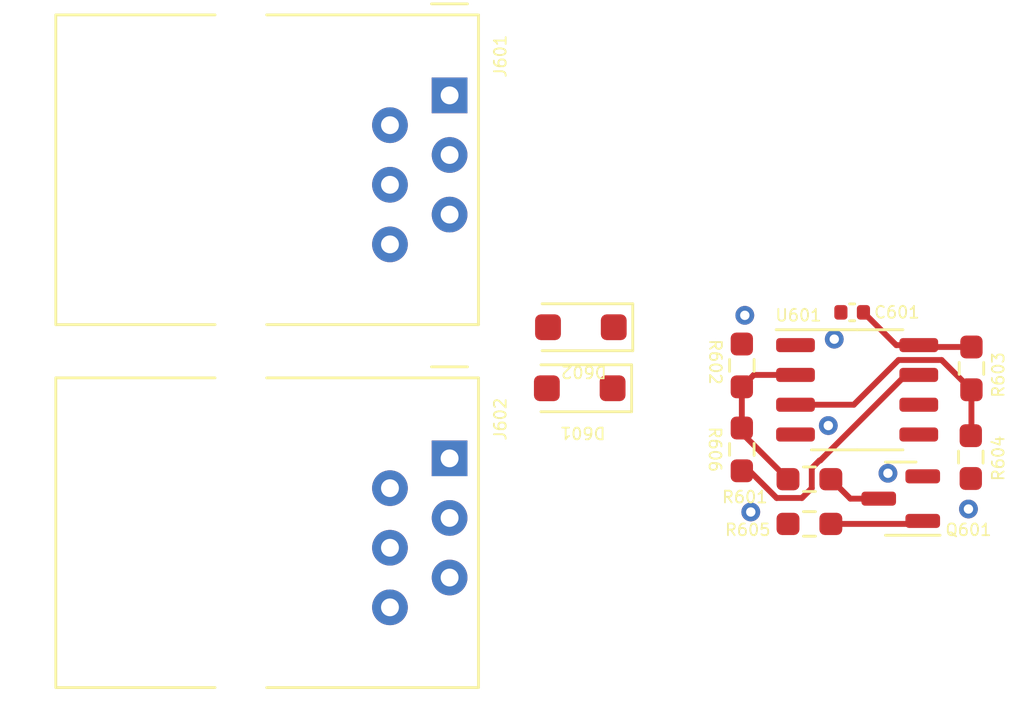
<source format=kicad_pcb>
(kicad_pcb (version 20221018) (generator pcbnew)
  (layers (0 "F.Cu" signal) (31 "B.Cu" signal) (34 "B.Paste" user) (35 "F.Paste" user) (36 "B.SilkS" user "B.Silkscreen") (37 "F.SilkS" user "F.Silkscreen") (38 "B.Mask" user) (39 "F.Mask" user) (44 "Edge.Cuts" user))
  (net 0 "")
  (net 1 "/12V")
  (net 2 "railsyncB")
  (net 3 "railsyncA")
  (net 4 "/GND")
  (net 5 "Net-(Q601-C)")
  (net 6 "Net-(Q601-B)")
  (net 7 "Net-(U601-+)")
  (net 8 "/5V")
  (net 9 "Net-(U601--)")
  (net 10 "/Lnet_Tx")
  (net 11 "/Lnet_Rx")
  (footprint "custom_kicad_lib_sk:RJ12" (layer "F.Cu") (at 114.808 113.919 -90)
    (fp_text reference "J602" (at -1.67 -2.16 90 unlocked) (layer "F.SilkS") (effects (font (size 0.5 0.5) (thickness 0.075))))
    (fp_text value "RJ12")
    (fp_line (start -3.9 0.77) (end -3.9 -0.76) (stroke (width 0.12)) (layer "F.SilkS"))
    (fp_line (start -3.43 -1.23) (end 9.77 -1.23) (stroke (width 0.12)) (layer "F.SilkS"))
    (fp_line (start -3.43 7.72) (end -3.43 7.79) (stroke (width 0.1)) (layer "F.SilkS"))
    (fp_line (start -3.43 7.79) (end -3.43 -1.23) (stroke (width 0.12)) (layer "F.SilkS"))
    (fp_line (start -3.43 16.77) (end -3.43 9.99) (stroke (width 0.12)) (layer "F.SilkS"))
    (fp_line (start 9.77 -1.23) (end 9.77 7.79) (stroke (width 0.12)) (layer "F.SilkS"))
    (fp_line (start 9.77 16.65) (end 9.77 16.77) (stroke (width 0.1)) (layer "F.SilkS"))
    (fp_line (start 9.77 16.76) (end 9.77 16.77) (stroke (width 0.1)) (layer "F.SilkS"))
    (fp_line (start 9.77 16.77) (end -3.43 16.77) (stroke (width 0.12)) (layer "F.SilkS"))
    (fp_line (start 9.77 16.77) (end 9.77 9.99) (stroke (width 0.12)) (layer "F.SilkS"))
    (pad "" np_thru_hole circle (at -1.91 8.89 270) (size 3.25 3.25) (drill 3.25) (layers "*.Cu" "*.Mask"))
    (pad "" np_thru_hole circle (at 8.25 8.89 270) (size 3.25 3.25) (drill 3.25) (layers "*.Cu" "*.Mask"))
    (pad "1" thru_hole rect (at 0 0 270) (size 1.52 1.52) (drill 0.76) (layers "*.Cu" "*.Mask") (net 2 "railsyncB"))
    (pad "2" thru_hole circle (at 1.27 2.54 270) (size 1.52 1.52) (drill 0.76) (layers "*.Cu" "*.Mask") (net 4 "/GND"))
    (pad "3" thru_hole circle (at 2.54 0 270) (size 1.52 1.52) (drill 0.76) (layers "*.Cu" "*.Mask") (net 5 "Net-(Q601-C)"))
    (pad "4" thru_hole circle (at 3.81 2.54 270) (size 1.52 1.52) (drill 0.76) (layers "*.Cu" "*.Mask") (net 5 "Net-(Q601-C)"))
    (pad "5" thru_hole circle (at 5.08 0 270) (size 1.52 1.52) (drill 0.76) (layers "*.Cu" "*.Mask") (net 4 "/GND"))
    (pad "6" thru_hole circle (at 6.35 2.54 270) (size 1.52 1.52) (drill 0.76) (layers "*.Cu" "*.Mask") (net 3 "railsyncA"))
  )
  (footprint "Diode_SMD:D_SOD-123F" (layer "F.Cu") (at 120.35 110.932 180)
    (fp_text reference "D601" (at -0.127 -1.905 180 unlocked) (layer "F.SilkS") (effects (font (size 0.5 0.5) (thickness 0.075))))
    (fp_text value "SM4007")
    (fp_line (start -2.21 -1) (end -2.21 1) (stroke (width 0.12)) (layer "F.SilkS"))
    (fp_line (start -2.21 -1) (end 1.65 -1) (stroke (width 0.12)) (layer "F.SilkS"))
    (fp_line (start -2.21 1) (end 1.65 1) (stroke (width 0.12)) (layer "F.SilkS"))
    (pad "1" smd roundrect (at -1.4 0 180) (size 1.1 1.1) (layers "F.Cu" "F.Paste" "F.Mask") (roundrect_rratio 0.2272727273) (net 1 "/12V"))
    (pad "2" smd roundrect (at 1.4 0 180) (size 1.1 1.1) (layers "F.Cu" "F.Paste" "F.Mask") (roundrect_rratio 0.2272727273) (net 2 "railsyncB"))
  )
  (footprint "custom_kicad_lib_sk:R_0603_smalltext" (layer "F.Cu") (at 137.005 113.8655 90)
    (fp_text reference "R604" (at -0.0535 1.171 90 unlocked) (layer "F.SilkS") (effects (font (size 0.5 0.5) (thickness 0.075))))
    (fp_text value "22k")
    (fp_line (start -0.254724 -0.5225) (end 0.254724 -0.5225) (stroke (width 0.12)) (layer "F.SilkS"))
    (fp_line (start -0.254724 0.5225) (end 0.254724 0.5225) (stroke (width 0.12)) (layer "F.SilkS"))
    (pad "1" smd roundrect (at -0.9125 0 90) (size 0.975 0.95) (layers "F.Cu" "F.Paste" "F.Mask") (net 4 "/GND"))
    (pad "2" smd roundrect (at 0.9125 0 90) (size 0.975 0.95) (layers "F.Cu" "F.Paste" "F.Mask") (net 9 "Net-(U601--)"))
  )
  (footprint "custom_kicad_lib_sk:RJ12" (layer "F.Cu") (at 114.808 98.449 -90)
    (fp_text reference "J601" (at -1.67 -2.16 90 unlocked) (layer "F.SilkS") (effects (font (size 0.5 0.5) (thickness 0.075))))
    (fp_text value "RJ12")
    (fp_line (start -3.9 0.77) (end -3.9 -0.76) (stroke (width 0.12)) (layer "F.SilkS"))
    (fp_line (start -3.43 -1.23) (end 9.77 -1.23) (stroke (width 0.12)) (layer "F.SilkS"))
    (fp_line (start -3.43 7.72) (end -3.43 7.79) (stroke (width 0.1)) (layer "F.SilkS"))
    (fp_line (start -3.43 7.79) (end -3.43 -1.23) (stroke (width 0.12)) (layer "F.SilkS"))
    (fp_line (start -3.43 16.77) (end -3.43 9.99) (stroke (width 0.12)) (layer "F.SilkS"))
    (fp_line (start 9.77 -1.23) (end 9.77 7.79) (stroke (width 0.12)) (layer "F.SilkS"))
    (fp_line (start 9.77 16.65) (end 9.77 16.77) (stroke (width 0.1)) (layer "F.SilkS"))
    (fp_line (start 9.77 16.76) (end 9.77 16.77) (stroke (width 0.1)) (layer "F.SilkS"))
    (fp_line (start 9.77 16.77) (end -3.43 16.77) (stroke (width 0.12)) (layer "F.SilkS"))
    (fp_line (start 9.77 16.77) (end 9.77 9.99) (stroke (width 0.12)) (layer "F.SilkS"))
    (pad "" np_thru_hole circle (at -1.91 8.89 270) (size 3.25 3.25) (drill 3.25) (layers "*.Cu" "*.Mask"))
    (pad "" np_thru_hole circle (at 8.25 8.89 270) (size 3.25 3.25) (drill 3.25) (layers "*.Cu" "*.Mask"))
    (pad "1" thru_hole rect (at 0 0 270) (size 1.52 1.52) (drill 0.76) (layers "*.Cu" "*.Mask") (net 2 "railsyncB"))
    (pad "2" thru_hole circle (at 1.27 2.54 270) (size 1.52 1.52) (drill 0.76) (layers "*.Cu" "*.Mask") (net 4 "/GND"))
    (pad "3" thru_hole circle (at 2.54 0 270) (size 1.52 1.52) (drill 0.76) (layers "*.Cu" "*.Mask") (net 5 "Net-(Q601-C)"))
    (pad "4" thru_hole circle (at 3.81 2.54 270) (size 1.52 1.52) (drill 0.76) (layers "*.Cu" "*.Mask") (net 5 "Net-(Q601-C)"))
    (pad "5" thru_hole circle (at 5.08 0 270) (size 1.52 1.52) (drill 0.76) (layers "*.Cu" "*.Mask") (net 4 "/GND"))
    (pad "6" thru_hole circle (at 6.35 2.54 270) (size 1.52 1.52) (drill 0.76) (layers "*.Cu" "*.Mask") (net 3 "railsyncA"))
  )
  (footprint "Package_TO_SOT_SMD:SOT-23" (layer "F.Cu") (at 134.0215 115.636 180)
    (fp_text reference "Q601" (at -2.8845 -1.331 unlocked) (layer "F.SilkS") (effects (font (size 0.5 0.5) (thickness 0.075))))
    (fp_text value "BC847")
    (fp_line (start 0 -1.56) (end -1.675 -1.56) (stroke (width 0.12)) (layer "F.SilkS"))
    (fp_line (start 0 -1.56) (end 0.65 -1.56) (stroke (width 0.12)) (layer "F.SilkS"))
    (fp_line (start 0 1.56) (end -0.65 1.56) (stroke (width 0.12)) (layer "F.SilkS"))
    (fp_line (start 0 1.56) (end 0.65 1.56) (stroke (width 0.12)) (layer "F.SilkS"))
    (pad "1" smd roundrect (at -0.9375 -0.95 180) (size 1.475 0.6) (layers "F.Cu" "F.Paste" "F.Mask") (net 6 "Net-(Q601-B)"))
    (pad "2" smd roundrect (at -0.9375 0.95 180) (size 1.475 0.6) (layers "F.Cu" "F.Paste" "F.Mask") (net 4 "/GND"))
    (pad "3" smd roundrect (at 0.9375 0 180) (size 1.475 0.6) (layers "F.Cu" "F.Paste" "F.Mask") (net 5 "Net-(Q601-C)"))
  )
  (footprint "custom_kicad_lib_sk:R_0603_smalltext" (layer "F.Cu") (at 137.033 110.0855 -90)
    (fp_text reference "R603" (at 0.2775 -1.143 90 unlocked) (layer "F.SilkS") (effects (font (size 0.5 0.5) (thickness 0.075))))
    (fp_text value "10k")
    (fp_line (start -0.254724 -0.5225) (end 0.254724 -0.5225) (stroke (width 0.12)) (layer "F.SilkS"))
    (fp_line (start -0.254724 0.5225) (end 0.254724 0.5225) (stroke (width 0.12)) (layer "F.SilkS"))
    (pad "1" smd roundrect (at -0.9125 0 270) (size 0.975 0.95) (layers "F.Cu" "F.Paste" "F.Mask") (net 8 "/5V"))
    (pad "2" smd roundrect (at 0.9125 0 270) (size 0.975 0.95) (layers "F.Cu" "F.Paste" "F.Mask") (net 9 "Net-(U601--)"))
  )
  (footprint "custom_kicad_lib_sk:R_0603_smalltext" (layer "F.Cu") (at 127.254 113.538 -90)
    (fp_text reference "R606" (at 0 1.143 -90 unlocked) (layer "F.SilkS") (effects (font (size 0.5 0.5) (thickness 0.075))))
    (fp_text value "220k")
    (fp_line (start -0.254724 -0.5225) (end 0.254724 -0.5225) (stroke (width 0.12)) (layer "F.SilkS"))
    (fp_line (start -0.254724 0.5225) (end 0.254724 0.5225) (stroke (width 0.12)) (layer "F.SilkS"))
    (pad "1" smd roundrect (at -0.9125 0 270) (size 0.975 0.95) (layers "F.Cu" "F.Paste" "F.Mask") (net 7 "Net-(U601-+)"))
    (pad "2" smd roundrect (at 0.9125 0 270) (size 0.975 0.95) (layers "F.Cu" "F.Paste" "F.Mask") (net 11 "/Lnet_Rx"))
  )
  (footprint "Package_SO:SOP-8_3.9x4.9mm_P1.27mm" (layer "F.Cu") (at 132.165 110.998)
    (fp_text reference "U601" (at -2.498 -3.175 unlocked) (layer "F.SilkS") (effects (font (size 0.5 0.5) (thickness 0.075))))
    (fp_text value "LM311")
    (fp_line (start 0 -2.56) (end -3.45 -2.56) (stroke (width 0.12)) (layer "F.SilkS"))
    (fp_line (start 0 -2.56) (end 1.95 -2.56) (stroke (width 0.12)) (layer "F.SilkS"))
    (fp_line (start 0 2.56) (end -1.95 2.56) (stroke (width 0.12)) (layer "F.SilkS"))
    (fp_line (start 0 2.56) (end 1.95 2.56) (stroke (width 0.12)) (layer "F.SilkS"))
    (pad "1" smd roundrect (at -2.625 -1.905) (size 1.65 0.6) (layers "F.Cu" "F.Paste" "F.Mask") (net 4 "/GND"))
    (pad "2" smd roundrect (at -2.625 -0.635) (size 1.65 0.6) (layers "F.Cu" "F.Paste" "F.Mask") (net 7 "Net-(U601-+)"))
    (pad "3" smd roundrect (at -2.625 0.635) (size 1.65 0.6) (layers "F.Cu" "F.Paste" "F.Mask") (net 9 "Net-(U601--)"))
    (pad "4" smd roundrect (at -2.625 1.905) (size 1.65 0.6) (layers "F.Cu" "F.Paste" "F.Mask") (net 4 "/GND"))
    (pad "5" smd roundrect (at 2.625 1.905) (size 1.65 0.6) (layers "F.Cu" "F.Paste" "F.Mask"))
    (pad "6" smd roundrect (at 2.625 0.635) (size 1.65 0.6) (layers "F.Cu" "F.Paste" "F.Mask"))
    (pad "7" smd roundrect (at 2.625 -0.635) (size 1.65 0.6) (layers "F.Cu" "F.Paste" "F.Mask") (net 11 "/Lnet_Rx"))
    (pad "8" smd roundrect (at 2.625 -1.905) (size 1.65 0.6) (layers "F.Cu" "F.Paste" "F.Mask") (net 8 "/5V"))
  )
  (footprint "custom_kicad_lib_sk:R_0603_smalltext" (layer "F.Cu") (at 130.133 116.713 180)
    (fp_text reference "R605" (at 2.625 -0.254 unlocked) (layer "F.SilkS") (effects (font (size 0.5 0.5) (thickness 0.075))))
    (fp_text value "1k")
    (fp_line (start -0.254724 -0.5225) (end 0.254724 -0.5225) (stroke (width 0.12)) (layer "F.SilkS"))
    (fp_line (start -0.254724 0.5225) (end 0.254724 0.5225) (stroke (width 0.12)) (layer "F.SilkS"))
    (pad "1" smd roundrect (at -0.9125 0 180) (size 0.975 0.95) (layers "F.Cu" "F.Paste" "F.Mask") (net 6 "Net-(Q601-B)"))
    (pad "2" smd roundrect (at 0.9125 0 180) (size 0.975 0.95) (layers "F.Cu" "F.Paste" "F.Mask") (net 10 "/Lnet_Tx"))
  )
  (footprint "custom_kicad_lib_sk:R_0603_smalltext" (layer "F.Cu") (at 127.254 109.9585 90)
    (fp_text reference "R602" (at 0.15 -1.125 270 unlocked) (layer "F.SilkS") (effects (font (size 0.5 0.5) (thickness 0.075))))
    (fp_text value "150k")
    (fp_line (start -0.254724 -0.5225) (end 0.254724 -0.5225) (stroke (width 0.12)) (layer "F.SilkS"))
    (fp_line (start -0.254724 0.5225) (end 0.254724 0.5225) (stroke (width 0.12)) (layer "F.SilkS"))
    (pad "1" smd roundrect (at -0.9125 0 90) (size 0.975 0.95) (layers "F.Cu" "F.Paste" "F.Mask") (net 7 "Net-(U601-+)"))
    (pad "2" smd roundrect (at 0.9125 0 90) (size 0.975 0.95) (layers "F.Cu" "F.Paste" "F.Mask") (net 4 "/GND"))
  )
  (footprint "Diode_SMD:D_SOD-123F" (layer "F.Cu") (at 120.399 108.331 180)
    (fp_text reference "D602" (at -0.127 -1.905 180 unlocked) (layer "F.SilkS") (effects (font (size 0.5 0.5) (thickness 0.075))))
    (fp_text value "SM4007")
    (fp_line (start -2.21 -1) (end -2.21 1) (stroke (width 0.12)) (layer "F.SilkS"))
    (fp_line (start -2.21 -1) (end 1.65 -1) (stroke (width 0.12)) (layer "F.SilkS"))
    (fp_line (start -2.21 1) (end 1.65 1) (stroke (width 0.12)) (layer "F.SilkS"))
    (pad "1" smd roundrect (at -1.4 0 180) (size 1.1 1.1) (layers "F.Cu" "F.Paste" "F.Mask") (roundrect_rratio 0.2272727273) (net 1 "/12V"))
    (pad "2" smd roundrect (at 1.4 0 180) (size 1.1 1.1) (layers "F.Cu" "F.Paste" "F.Mask") (roundrect_rratio 0.2272727273) (net 3 "railsyncA"))
  )
  (footprint "custom_kicad_lib_sk:R_0603_smalltext" (layer "F.Cu") (at 130.133 114.808 180)
    (fp_text reference "R601" (at 2.752 -0.762 unlocked) (layer "F.SilkS") (effects (font (size 0.5 0.5) (thickness 0.075))))
    (fp_text value "47k")
    (fp_line (start -0.254724 -0.5225) (end 0.254724 -0.5225) (stroke (width 0.12)) (layer "F.SilkS"))
    (fp_line (start -0.254724 0.5225) (end 0.254724 0.5225) (stroke (width 0.12)) (layer "F.SilkS"))
    (pad "1" smd roundrect (at -0.9125 0 180) (size 0.975 0.95) (layers "F.Cu" "F.Paste" "F.Mask") (net 5 "Net-(Q601-C)"))
    (pad "2" smd roundrect (at 0.9125 0 180) (size 0.975 0.95) (layers "F.Cu" "F.Paste" "F.Mask") (net 7 "Net-(U601-+)"))
  )
  (footprint "Capacitor_SMD:C_0402_1005Metric" (layer "F.Cu") (at 131.953 107.696 180)
    (fp_text reference "C601" (at -1.905 0 unlocked) (layer "F.SilkS") (effects (font (size 0.5 0.5) (thickness 0.075))))
    (fp_text value "100nF")
    (fp_line (start -0.107836 -0.36) (end 0.107836 -0.36) (stroke (width 0.12)) (layer "F.SilkS"))
    (fp_line (start -0.107836 0.36) (end 0.107836 0.36) (stroke (width 0.12)) (layer "F.SilkS"))
    (pad "1" smd roundrect (at -0.48 0 180) (size 0.56 0.62) (layers "F.Cu" "F.Paste" "F.Mask") (net 8 "/5V"))
    (pad "2" smd roundrect (at 0.48 0 180) (size 0.56 0.62) (layers "F.Cu" "F.Paste" "F.Mask") (net 4 "/GND"))
  )
  (via (at 127.635 116.205) (size 0.8) (drill 0.4) (layers "F.Cu" "B.Cu") (net 4))
  (via (at 136.906 116.078) (size 0.8) (drill 0.4) (layers "F.Cu" "B.Cu") (net 4))
  (via (at 133.477 114.554) (size 0.8) (drill 0.4) (layers "F.Cu" "B.Cu") (net 4))
  (via (at 127.381 107.823) (size 0.8) (drill 0.4) (layers "F.Cu" "B.Cu") (net 4))
  (via (at 131.191 108.839) (size 0.8) (drill 0.4) (layers "F.Cu" "B.Cu") (net 4))
  (via (at 130.937 112.522) (size 0.8) (drill 0.4) (layers "F.Cu" "B.Cu") (net 4))
  (segment (start 133.084 115.636) (end 131.8735 115.636) (width 0.25) (layer "F.Cu") (net 5))
  (segment (start 131.8735 115.636) (end 131.0455 114.808) (width 0.25) (layer "F.Cu") (net 5))
  (segment (start 131.0455 116.713) (end 134.832 116.713) (width 0.25) (layer "F.Cu") (net 6))
  (segment (start 134.832 116.713) (end 134.959 116.586) (width 0.25) (layer "F.Cu") (net 6))
  (segment (start 127.762 110.363) (end 127.254 110.871) (width 0.25) (layer "F.Cu") (net 7))
  (segment (start 127.254 112.6255) (end 127.254 110.871) (width 0.25) (layer "F.Cu") (net 7))
  (segment (start 127.254 112.6255) (end 127.254 112.8415) (width 0.25) (layer "F.Cu") (net 7))
  (segment (start 127.254 112.8415) (end 129.2205 114.808) (width 0.25) (layer "F.Cu") (net 7))
  (segment (start 129.54 110.363) (end 127.762 110.363) (width 0.25) (layer "F.Cu") (net 7))
  (segment (start 134.87 109.173) (end 134.79 109.093) (width 0.25) (layer "F.Cu") (net 8))
  (segment (start 133.83 109.093) (end 132.433 107.696) (width 0.25) (layer "F.Cu") (net 8))
  (segment (start 137.033 109.173) (end 134.87 109.173) (width 0.25) (layer "F.Cu") (net 8))
  (segment (start 134.79 109.093) (end 133.83 109.093) (width 0.25) (layer "F.Cu") (net 8))
  (segment (start 137.033 110.998) (end 137.033 112.925) (width 0.25) (layer "F.Cu") (net 9))
  (segment (start 137.033 112.925) (end 137.005 112.953) (width 0.25) (layer "F.Cu") (net 9))
  (segment (start 129.54 111.633) (end 132.023249 111.633) (width 0.25) (layer "F.Cu") (net 9))
  (segment (start 133.928249 109.728) (end 135.763 109.728) (width 0.25) (layer "F.Cu") (net 9))
  (segment (start 135.763 109.728) (end 137.033 110.998) (width 0.25) (layer "F.Cu") (net 9))
  (segment (start 132.023249 111.633) (end 133.928249 109.728) (width 0.25) (layer "F.Cu") (net 9))
  (segment (start 134.239 110.363) (end 134.79 110.363) (width 0.25) (layer "F.Cu") (net 11))
  (segment (start 130.594 114.008) (end 134.239 110.363) (width 0.25) (layer "F.Cu") (net 11))
  (segment (start 128.737505 115.608) (end 129.814 115.608) (width 0.25) (layer "F.Cu") (net 11))
  (segment (start 127.580005 114.4505) (end 128.737505 115.608) (width 0.25) (layer "F.Cu") (net 11))
  (segment (start 127.254 114.4505) (end 127.580005 114.4505) (width 0.25) (layer "F.Cu") (net 11))
  (segment (start 129.814 115.608) (end 130.233 115.189) (width 0.25) (layer "F.Cu") (net 11))
  (segment (start 130.233 114.337505) (end 130.562505 114.008) (width 0.25) (layer "F.Cu") (net 11))
  (segment (start 130.233 115.189) (end 130.233 114.337505) (width 0.25) (layer "F.Cu") (net 11))
  (segment (start 130.562505 114.008) (end 130.594 114.008) (width 0.25) (layer "F.Cu") (net 11))
)
</source>
